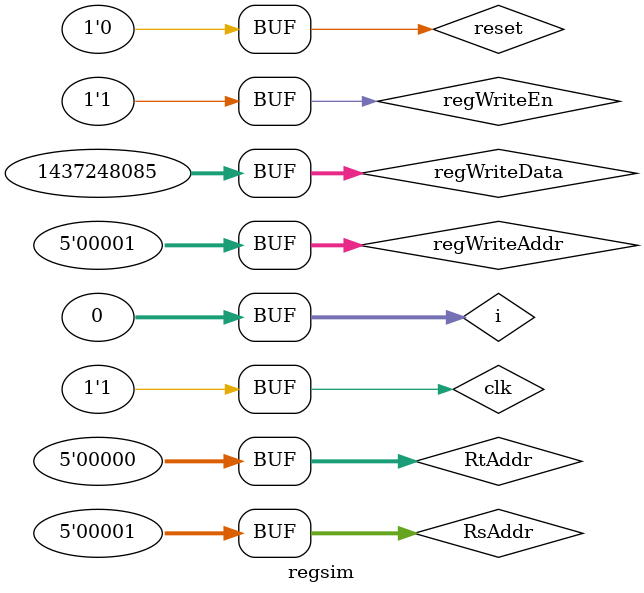
<source format=v>
`timescale 1ns / 1ps


module regsim;

	// Inputs
	reg clk;
	reg reset;
	reg [31:0] regWriteData;
	reg [4:0] regWriteAddr;
	reg regWriteEn;
	reg [4:0] RsAddr;
	reg [4:0] RtAddr;

	// Outputs
	wire [31:0] RsData;
	wire [31:0] RtData;

	// Instantiate the Unit Under Test (UUT)
	regFile uut (
		.clk(clk), 
		.reset(reset), 
		.regWriteData(regWriteData), 
		.regWriteAddr(regWriteAddr), 
		.regWriteEn(regWriteEn), 
		.RsData(RsData), 
		.RtData(RtData), 
		.RsAddr(RsAddr), 
		.RtAddr(RtAddr)
	);
integer i;
	initial begin
		// Initialize Inputs
		clk = 0;
		reset = 0;
		regWriteData = 0;
		regWriteAddr = 0;
		regWriteEn = 0;
		RsAddr = 0;
		RtAddr = 0;

		// Wait 100 ns for global reset to finish
		#100;
        
		// Add stimulus here
      regWriteData=32'h55aaaa55;
		regWriteEn=1;
		reset=1;
		#100;
		reset=0;
	end
      parameter PERIOD=20;
		always begin
		   clk=1'b0;
			#(PERIOD/2) clk=1'b1;
			#(PERIOD/2);
		end
		always begin
		for(i=31;i>=1;i=i-1) begin
		   regWriteAddr=i;
			RsAddr=i;
			#PERIOD;
			end
		end
endmodule


</source>
